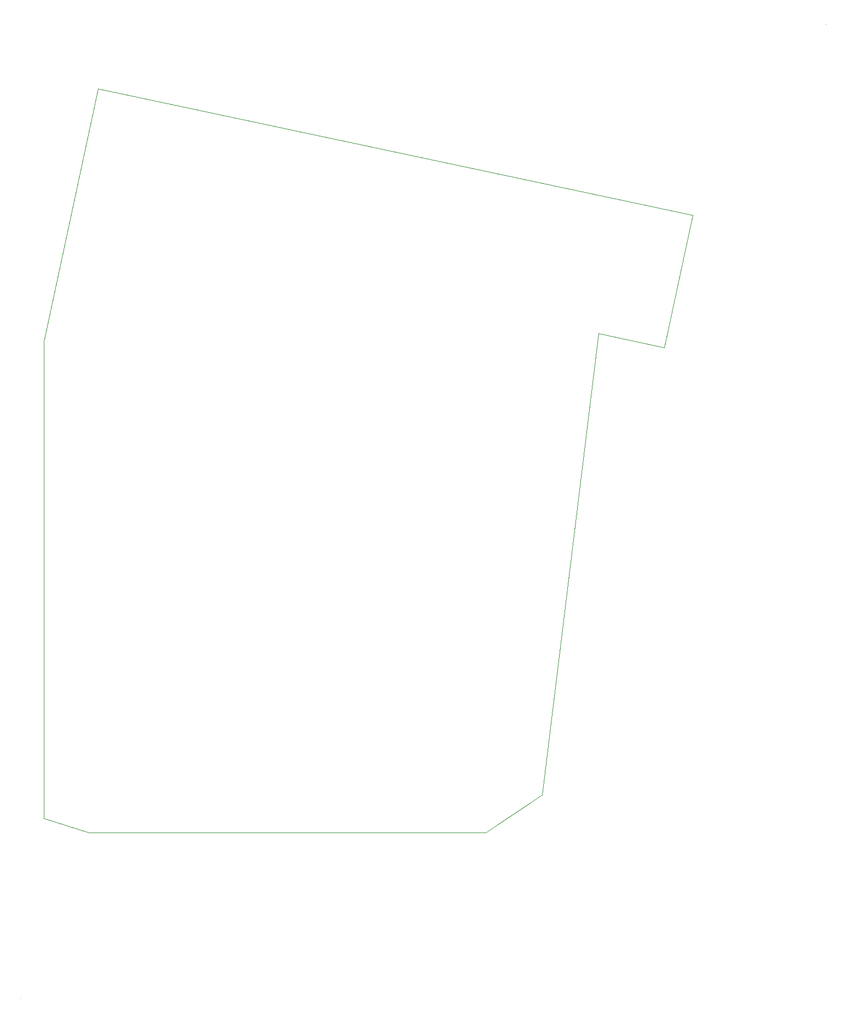
<source format=gm1>
G04 #@! TF.GenerationSoftware,KiCad,Pcbnew,(5.1.5-0-10_14)*
G04 #@! TF.CreationDate,2020-05-14T06:03:15+09:00*
G04 #@! TF.ProjectId,Colice,436f6c69-6365-42e6-9b69-6361645f7063,rev?*
G04 #@! TF.SameCoordinates,Original*
G04 #@! TF.FileFunction,Profile,NP*
%FSLAX46Y46*%
G04 Gerber Fmt 4.6, Leading zero omitted, Abs format (unit mm)*
G04 Created by KiCad (PCBNEW (5.1.5-0-10_14)) date 2020-05-14 06:03:15*
%MOMM*%
%LPD*%
G04 APERTURE LIST*
%ADD10C,0.050000*%
G04 APERTURE END LIST*
D10*
X138800840Y-134848600D02*
X130048000Y-140716000D01*
X147510552Y-63497872D02*
X138800840Y-134848600D01*
X61750384Y-138498860D02*
X61750457Y-64747827D01*
X182636795Y-15660040D02*
X182636795Y-15660040D01*
X58095196Y-166361683D02*
X58095196Y-166361683D01*
X157679393Y-65656620D02*
X147510552Y-63497872D01*
X130048000Y-140716000D02*
X68707000Y-140731439D01*
X68707000Y-140731439D02*
X61750384Y-138498860D01*
X70071571Y-25631880D02*
X162034091Y-45169380D01*
X61750457Y-64747827D02*
X70071571Y-25631880D01*
X162034091Y-45169380D02*
X157679393Y-65656620D01*
M02*

</source>
